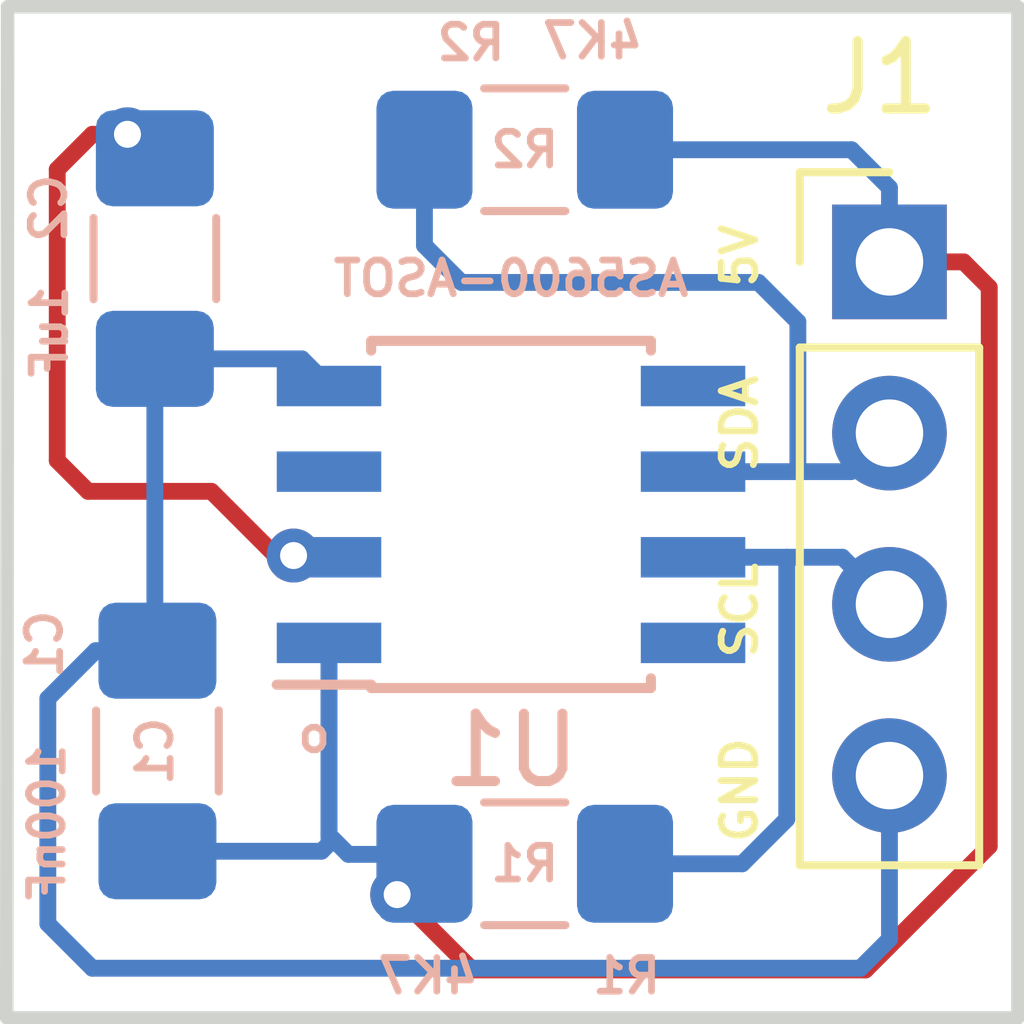
<source format=kicad_pcb>
(kicad_pcb (version 20171130) (host pcbnew 5.0.1-33cea8e~68~ubuntu18.04.1)

  (general
    (thickness 1.6)
    (drawings 9)
    (tracks 52)
    (zones 0)
    (modules 6)
    (nets 6)
  )

  (page A4)
  (layers
    (0 F.Cu signal)
    (31 B.Cu signal)
    (32 B.Adhes user)
    (33 F.Adhes user)
    (34 B.Paste user)
    (35 F.Paste user)
    (36 B.SilkS user)
    (37 F.SilkS user)
    (38 B.Mask user)
    (39 F.Mask user)
    (40 Dwgs.User user)
    (41 Cmts.User user)
    (42 Eco1.User user)
    (43 Eco2.User user)
    (44 Edge.Cuts user)
    (45 Margin user)
    (46 B.CrtYd user)
    (47 F.CrtYd user)
    (48 B.Fab user)
    (49 F.Fab user)
  )

  (setup
    (last_trace_width 0.25)
    (trace_clearance 0.2)
    (zone_clearance 0.508)
    (zone_45_only no)
    (trace_min 0.2)
    (segment_width 0.2)
    (edge_width 0.1)
    (via_size 0.8)
    (via_drill 0.4)
    (via_min_size 0.4)
    (via_min_drill 0.3)
    (uvia_size 0.3)
    (uvia_drill 0.1)
    (uvias_allowed no)
    (uvia_min_size 0.2)
    (uvia_min_drill 0.1)
    (pcb_text_width 0.3)
    (pcb_text_size 1.5 1.5)
    (mod_edge_width 0.15)
    (mod_text_size 1 1)
    (mod_text_width 0.15)
    (pad_size 1.7 1.7)
    (pad_drill 1)
    (pad_to_mask_clearance 0)
    (solder_mask_min_width 0.25)
    (aux_axis_origin 0 0)
    (visible_elements FFFFFF7F)
    (pcbplotparams
      (layerselection 0x010fc_ffffffff)
      (usegerberextensions false)
      (usegerberattributes false)
      (usegerberadvancedattributes false)
      (creategerberjobfile false)
      (excludeedgelayer true)
      (linewidth 0.100000)
      (plotframeref false)
      (viasonmask false)
      (mode 1)
      (useauxorigin false)
      (hpglpennumber 1)
      (hpglpenspeed 20)
      (hpglpendiameter 15.000000)
      (psnegative false)
      (psa4output false)
      (plotreference true)
      (plotvalue true)
      (plotinvisibletext false)
      (padsonsilk false)
      (subtractmaskfromsilk false)
      (outputformat 1)
      (mirror false)
      (drillshape 0)
      (scaleselection 1)
      (outputdirectory "Plot/"))
  )

  (net 0 "")
  (net 1 5V)
  (net 2 GND)
  (net 3 +3V3)
  (net 4 SDA)
  (net 5 SCL)

  (net_class Default "Esta es la clase de red por defecto."
    (clearance 0.2)
    (trace_width 0.25)
    (via_dia 0.8)
    (via_drill 0.4)
    (uvia_dia 0.3)
    (uvia_drill 0.1)
    (add_net +3V3)
    (add_net 5V)
    (add_net GND)
    (add_net SCL)
    (add_net SDA)
  )

  (module Capacitor_SMD:C_1206_3216Metric_Pad1.42x1.75mm_HandSolder (layer B.Cu) (tedit 5BFC7A3E) (tstamp 5BFC7587)
    (at 142.4178 88.1411 90)
    (descr "Capacitor SMD 1206 (3216 Metric), square (rectangular) end terminal, IPC_7351 nominal with elongated pad for handsoldering. (Body size source: http://www.tortai-tech.com/upload/download/2011102023233369053.pdf), generated with kicad-footprint-generator")
    (tags "capacitor handsolder")
    (path /5BFADBF0)
    (attr smd)
    (fp_text reference C1 (at -0.0031 -0.0381 90) (layer B.SilkS)
      (effects (font (size 0.5 0.5) (thickness 0.1)) (justify mirror))
    )
    (fp_text value 100nF (at -1.0699 -1.6383 90) (layer B.SilkS)
      (effects (font (size 0.5 0.5) (thickness 0.1)) (justify mirror))
    )
    (fp_text user %R (at 1.5844 -1.6764 90) (layer B.SilkS)
      (effects (font (size 0.5 0.5) (thickness 0.1)) (justify mirror))
    )
    (fp_line (start 2.45 -1.12) (end -2.45 -1.12) (layer B.CrtYd) (width 0.05))
    (fp_line (start 2.45 1.12) (end 2.45 -1.12) (layer B.CrtYd) (width 0.05))
    (fp_line (start -2.45 1.12) (end 2.45 1.12) (layer B.CrtYd) (width 0.05))
    (fp_line (start -2.45 -1.12) (end -2.45 1.12) (layer B.CrtYd) (width 0.05))
    (fp_line (start -0.602064 -0.91) (end 0.602064 -0.91) (layer B.SilkS) (width 0.12))
    (fp_line (start -0.602064 0.91) (end 0.602064 0.91) (layer B.SilkS) (width 0.12))
    (fp_line (start 1.6 -0.8) (end -1.6 -0.8) (layer B.Fab) (width 0.1))
    (fp_line (start 1.6 0.8) (end 1.6 -0.8) (layer B.Fab) (width 0.1))
    (fp_line (start -1.6 0.8) (end 1.6 0.8) (layer B.Fab) (width 0.1))
    (fp_line (start -1.6 -0.8) (end -1.6 0.8) (layer B.Fab) (width 0.1))
    (pad 2 smd roundrect (at 1.4875 0 90) (size 1.425 1.75) (layers B.Cu B.Paste B.Mask) (roundrect_rratio 0.175439)
      (net 2 GND))
    (pad 1 smd roundrect (at -1.4875 0 90) (size 1.425 1.75) (layers B.Cu B.Paste B.Mask) (roundrect_rratio 0.175439)
      (net 1 5V))
    (model ${KISYS3DMOD}/Capacitor_SMD.3dshapes/C_1206_3216Metric.wrl
      (at (xyz 0 0 0))
      (scale (xyz 1 1 1))
      (rotate (xyz 0 0 0))
    )
  )

  (module Capacitor_SMD:C_1206_3216Metric_Pad1.42x1.75mm_HandSolder (layer B.Cu) (tedit 5BFC7A28) (tstamp 5BFC7598)
    (at 142.3797 80.8371 270)
    (descr "Capacitor SMD 1206 (3216 Metric), square (rectangular) end terminal, IPC_7351 nominal with elongated pad for handsoldering. (Body size source: http://www.tortai-tech.com/upload/download/2011102023233369053.pdf), generated with kicad-footprint-generator")
    (tags "capacitor handsolder")
    (path /5BFADC60)
    (attr smd)
    (fp_text reference C2 (at -0.747 1.5748 270) (layer B.SilkS)
      (effects (font (size 0.5 0.5) (thickness 0.1)) (justify mirror))
    )
    (fp_text value 1uF (at 1.0945 1.5621 270) (layer B.SilkS)
      (effects (font (size 0.5 0.5) (thickness 0.1)) (justify mirror))
    )
    (fp_text user %R (at 0 0 270) (layer B.Fab)
      (effects (font (size 0.8 0.8) (thickness 0.12)) (justify mirror))
    )
    (fp_line (start 2.45 -1.12) (end -2.45 -1.12) (layer B.CrtYd) (width 0.05))
    (fp_line (start 2.45 1.12) (end 2.45 -1.12) (layer B.CrtYd) (width 0.05))
    (fp_line (start -2.45 1.12) (end 2.45 1.12) (layer B.CrtYd) (width 0.05))
    (fp_line (start -2.45 -1.12) (end -2.45 1.12) (layer B.CrtYd) (width 0.05))
    (fp_line (start -0.602064 -0.91) (end 0.602064 -0.91) (layer B.SilkS) (width 0.12))
    (fp_line (start -0.602064 0.91) (end 0.602064 0.91) (layer B.SilkS) (width 0.12))
    (fp_line (start 1.6 -0.8) (end -1.6 -0.8) (layer B.Fab) (width 0.1))
    (fp_line (start 1.6 0.8) (end 1.6 -0.8) (layer B.Fab) (width 0.1))
    (fp_line (start -1.6 0.8) (end 1.6 0.8) (layer B.Fab) (width 0.1))
    (fp_line (start -1.6 -0.8) (end -1.6 0.8) (layer B.Fab) (width 0.1))
    (pad 2 smd roundrect (at 1.4875 0 270) (size 1.425 1.75) (layers B.Cu B.Paste B.Mask) (roundrect_rratio 0.175439)
      (net 2 GND))
    (pad 1 smd roundrect (at -1.4875 0 270) (size 1.425 1.75) (layers B.Cu B.Paste B.Mask) (roundrect_rratio 0.175439)
      (net 3 +3V3))
    (model ${KISYS3DMOD}/Capacitor_SMD.3dshapes/C_1206_3216Metric.wrl
      (at (xyz 0 0 0))
      (scale (xyz 1 1 1))
      (rotate (xyz 0 0 0))
    )
  )

  (module Connector_PinHeader_2.54mm:PinHeader_1x04_P2.54mm_Vertical (layer F.Cu) (tedit 5BFC758B) (tstamp 5BFC75B0)
    (at 153.2763 80.8863)
    (descr "Through hole straight pin header, 1x04, 2.54mm pitch, single row")
    (tags "Through hole pin header THT 1x04 2.54mm single row")
    (path /5BFB7E9C)
    (fp_text reference J1 (at -0.1397 -2.7305) (layer F.SilkS)
      (effects (font (size 1 1) (thickness 0.15)))
    )
    (fp_text value Conn_01x04_Male (at 1.0414 3.9243 90) (layer F.Fab)
      (effects (font (size 1 1) (thickness 0.15)))
    )
    (fp_line (start -0.635 -1.27) (end 1.27 -1.27) (layer F.Fab) (width 0.1))
    (fp_line (start 1.27 -1.27) (end 1.27 8.89) (layer F.Fab) (width 0.1))
    (fp_line (start 1.27 8.89) (end -1.27 8.89) (layer F.Fab) (width 0.1))
    (fp_line (start -1.27 8.89) (end -1.27 -0.635) (layer F.Fab) (width 0.1))
    (fp_line (start -1.27 -0.635) (end -0.635 -1.27) (layer F.Fab) (width 0.1))
    (fp_line (start -1.33 8.95) (end 1.33 8.95) (layer F.SilkS) (width 0.12))
    (fp_line (start -1.33 1.27) (end -1.33 8.95) (layer F.SilkS) (width 0.12))
    (fp_line (start 1.33 1.27) (end 1.33 8.95) (layer F.SilkS) (width 0.12))
    (fp_line (start -1.33 1.27) (end 1.33 1.27) (layer F.SilkS) (width 0.12))
    (fp_line (start -1.33 0) (end -1.33 -1.33) (layer F.SilkS) (width 0.12))
    (fp_line (start -1.33 -1.33) (end 0 -1.33) (layer F.SilkS) (width 0.12))
    (fp_line (start -1.8 -1.8) (end -1.8 9.4) (layer F.CrtYd) (width 0.05))
    (fp_line (start -1.8 9.4) (end 1.8 9.4) (layer F.CrtYd) (width 0.05))
    (fp_line (start 1.8 9.4) (end 1.8 -1.8) (layer F.CrtYd) (width 0.05))
    (fp_line (start 1.8 -1.8) (end -1.8 -1.8) (layer F.CrtYd) (width 0.05))
    (fp_text user %R (at -1.9685 3.81 90) (layer F.Fab)
      (effects (font (size 1 1) (thickness 0.15)))
    )
    (pad 1 thru_hole rect (at 0 0) (size 1.7 1.7) (drill 1) (layers *.Cu *.Mask)
      (net 1 5V))
    (pad 2 thru_hole oval (at 0 2.54) (size 1.7 1.7) (drill 1) (layers *.Cu *.Mask)
      (net 4 SDA))
    (pad 3 thru_hole oval (at 0 5.08) (size 1.7 1.7) (drill 1) (layers *.Cu *.Mask)
      (net 5 SCL))
    (pad 4 thru_hole oval (at 0 7.62) (size 1.7 1.7) (drill 1) (layers *.Cu *.Mask)
      (net 2 GND))
    (model ${KISYS3DMOD}/Connector_PinHeader_2.54mm.3dshapes/PinHeader_1x04_P2.54mm_Vertical.wrl
      (at (xyz 0 0 0))
      (scale (xyz 1 1 1))
      (rotate (xyz 0 0 0))
    )
  )

  (module Resistor_SMD:R_1206_3216Metric_Pad1.42x1.75mm_HandSolder (layer B.Cu) (tedit 5BFC7A52) (tstamp 5BFC75C1)
    (at 147.8661 89.8144)
    (descr "Resistor SMD 1206 (3216 Metric), square (rectangular) end terminal, IPC_7351 nominal with elongated pad for handsoldering. (Body size source: http://www.tortai-tech.com/upload/download/2011102023233369053.pdf), generated with kicad-footprint-generator")
    (tags "resistor handsolder")
    (path /5BFB0196)
    (attr smd)
    (fp_text reference R1 (at 1.5113 1.6637) (layer B.SilkS)
      (effects (font (size 0.5 0.5) (thickness 0.1)) (justify mirror))
    )
    (fp_text value 4K7 (at -1.4351 1.6637) (layer B.SilkS)
      (effects (font (size 0.5 0.5) (thickness 0.1)) (justify mirror))
    )
    (fp_text user %R (at 0 0) (layer B.SilkS)
      (effects (font (size 0.5 0.5) (thickness 0.1)) (justify mirror))
    )
    (fp_line (start 2.45 -1.12) (end -2.45 -1.12) (layer B.CrtYd) (width 0.05))
    (fp_line (start 2.45 1.12) (end 2.45 -1.12) (layer B.CrtYd) (width 0.05))
    (fp_line (start -2.45 1.12) (end 2.45 1.12) (layer B.CrtYd) (width 0.05))
    (fp_line (start -2.45 -1.12) (end -2.45 1.12) (layer B.CrtYd) (width 0.05))
    (fp_line (start -0.602064 -0.91) (end 0.602064 -0.91) (layer B.SilkS) (width 0.12))
    (fp_line (start -0.602064 0.91) (end 0.602064 0.91) (layer B.SilkS) (width 0.12))
    (fp_line (start 1.6 -0.8) (end -1.6 -0.8) (layer B.Fab) (width 0.1))
    (fp_line (start 1.6 0.8) (end 1.6 -0.8) (layer B.Fab) (width 0.1))
    (fp_line (start -1.6 0.8) (end 1.6 0.8) (layer B.Fab) (width 0.1))
    (fp_line (start -1.6 -0.8) (end -1.6 0.8) (layer B.Fab) (width 0.1))
    (pad 2 smd roundrect (at 1.4875 0) (size 1.425 1.75) (layers B.Cu B.Paste B.Mask) (roundrect_rratio 0.175439)
      (net 5 SCL))
    (pad 1 smd roundrect (at -1.4875 0) (size 1.425 1.75) (layers B.Cu B.Paste B.Mask) (roundrect_rratio 0.175439)
      (net 1 5V))
    (model ${KISYS3DMOD}/Resistor_SMD.3dshapes/R_1206_3216Metric.wrl
      (at (xyz 0 0 0))
      (scale (xyz 1 1 1))
      (rotate (xyz 0 0 0))
    )
  )

  (module Resistor_SMD:R_1206_3216Metric_Pad1.42x1.75mm_HandSolder (layer B.Cu) (tedit 5BFC7A08) (tstamp 5BFC75D2)
    (at 147.8661 79.2226 180)
    (descr "Resistor SMD 1206 (3216 Metric), square (rectangular) end terminal, IPC_7351 nominal with elongated pad for handsoldering. (Body size source: http://www.tortai-tech.com/upload/download/2011102023233369053.pdf), generated with kicad-footprint-generator")
    (tags "resistor handsolder")
    (path /5BFB01F0)
    (attr smd)
    (fp_text reference R2 (at 0.7978 1.5875 180) (layer B.SilkS)
      (effects (font (size 0.5 0.5) (thickness 0.1)) (justify mirror))
    )
    (fp_text value 4K7 (at -1.0056 1.6129 180) (layer B.SilkS)
      (effects (font (size 0.5 0.5) (thickness 0.1)) (justify mirror))
    )
    (fp_text user %R (at 0 0 180) (layer B.SilkS)
      (effects (font (size 0.5 0.5) (thickness 0.1)) (justify mirror))
    )
    (fp_line (start 2.45 -1.12) (end -2.45 -1.12) (layer B.CrtYd) (width 0.05))
    (fp_line (start 2.45 1.12) (end 2.45 -1.12) (layer B.CrtYd) (width 0.05))
    (fp_line (start -2.45 1.12) (end 2.45 1.12) (layer B.CrtYd) (width 0.05))
    (fp_line (start -2.45 -1.12) (end -2.45 1.12) (layer B.CrtYd) (width 0.05))
    (fp_line (start -0.602064 -0.91) (end 0.602064 -0.91) (layer B.SilkS) (width 0.12))
    (fp_line (start -0.602064 0.91) (end 0.602064 0.91) (layer B.SilkS) (width 0.12))
    (fp_line (start 1.6 -0.8) (end -1.6 -0.8) (layer B.Fab) (width 0.1))
    (fp_line (start 1.6 0.8) (end 1.6 -0.8) (layer B.Fab) (width 0.1))
    (fp_line (start -1.6 0.8) (end 1.6 0.8) (layer B.Fab) (width 0.1))
    (fp_line (start -1.6 -0.8) (end -1.6 0.8) (layer B.Fab) (width 0.1))
    (pad 2 smd roundrect (at 1.4875 0 180) (size 1.425 1.75) (layers B.Cu B.Paste B.Mask) (roundrect_rratio 0.175439)
      (net 4 SDA))
    (pad 1 smd roundrect (at -1.4875 0 180) (size 1.425 1.75) (layers B.Cu B.Paste B.Mask) (roundrect_rratio 0.175439)
      (net 1 5V))
    (model ${KISYS3DMOD}/Resistor_SMD.3dshapes/R_1206_3216Metric.wrl
      (at (xyz 0 0 0))
      (scale (xyz 1 1 1))
      (rotate (xyz 0 0 0))
    )
  )

  (module Package_SO:SOIC-8_3.9x4.9mm_P1.27mm (layer B.Cu) (tedit 5BFC7715) (tstamp 5BFC75EF)
    (at 147.6629 84.6328)
    (descr "8-Lead Plastic Small Outline (SN) - Narrow, 3.90 mm Body [SOIC] (see Microchip Packaging Specification 00000049BS.pdf)")
    (tags "SOIC 1.27")
    (path /5BFC77B5)
    (attr smd)
    (fp_text reference U1 (at 0 3.5) (layer B.SilkS)
      (effects (font (size 1 1) (thickness 0.15)) (justify mirror))
    )
    (fp_text value AS5600-ASOT (at 0 -3.5) (layer B.SilkS)
      (effects (font (size 0.5 0.5) (thickness 0.1)) (justify mirror))
    )
    (fp_text user %R (at 0 0) (layer B.Fab)
      (effects (font (size 1 1) (thickness 0.15)) (justify mirror))
    )
    (fp_line (start -0.95 2.45) (end 1.95 2.45) (layer B.Fab) (width 0.1))
    (fp_line (start 1.95 2.45) (end 1.95 -2.45) (layer B.Fab) (width 0.1))
    (fp_line (start 1.95 -2.45) (end -1.95 -2.45) (layer B.Fab) (width 0.1))
    (fp_line (start -1.95 -2.45) (end -1.95 1.45) (layer B.Fab) (width 0.1))
    (fp_line (start -1.95 1.45) (end -0.95 2.45) (layer B.Fab) (width 0.1))
    (fp_line (start -3.73 2.7) (end -3.73 -2.7) (layer B.CrtYd) (width 0.05))
    (fp_line (start 3.73 2.7) (end 3.73 -2.7) (layer B.CrtYd) (width 0.05))
    (fp_line (start -3.73 2.7) (end 3.73 2.7) (layer B.CrtYd) (width 0.05))
    (fp_line (start -3.73 -2.7) (end 3.73 -2.7) (layer B.CrtYd) (width 0.05))
    (fp_line (start -2.075 2.575) (end -2.075 2.525) (layer B.SilkS) (width 0.15))
    (fp_line (start 2.075 2.575) (end 2.075 2.43) (layer B.SilkS) (width 0.15))
    (fp_line (start 2.075 -2.575) (end 2.075 -2.43) (layer B.SilkS) (width 0.15))
    (fp_line (start -2.075 -2.575) (end -2.075 -2.43) (layer B.SilkS) (width 0.15))
    (fp_line (start -2.075 2.575) (end 2.075 2.575) (layer B.SilkS) (width 0.15))
    (fp_line (start -2.075 -2.575) (end 2.075 -2.575) (layer B.SilkS) (width 0.15))
    (fp_line (start -2.075 2.525) (end -3.475 2.525) (layer B.SilkS) (width 0.15))
    (pad 1 smd rect (at -2.7 1.905) (size 1.55 0.6) (layers B.Cu B.Paste B.Mask)
      (net 1 5V))
    (pad 2 smd rect (at -2.7 0.635) (size 1.55 0.6) (layers B.Cu B.Paste B.Mask)
      (net 3 +3V3))
    (pad 3 smd rect (at -2.7 -0.635) (size 1.55 0.6) (layers B.Cu B.Paste B.Mask))
    (pad 4 smd rect (at -2.7 -1.905) (size 1.55 0.6) (layers B.Cu B.Paste B.Mask)
      (net 2 GND))
    (pad 5 smd rect (at 2.7 -1.905) (size 1.55 0.6) (layers B.Cu B.Paste B.Mask))
    (pad 6 smd rect (at 2.7 -0.635) (size 1.55 0.6) (layers B.Cu B.Paste B.Mask)
      (net 4 SDA))
    (pad 7 smd rect (at 2.7 0.635) (size 1.55 0.6) (layers B.Cu B.Paste B.Mask)
      (net 5 SCL))
    (pad 8 smd rect (at 2.7 1.905) (size 1.55 0.6) (layers B.Cu B.Paste B.Mask))
    (model ${KISYS3DMOD}/Package_SO.3dshapes/SOIC-8_3.9x4.9mm_P1.27mm.wrl
      (at (xyz 0 0 0))
      (scale (xyz 1 1 1))
      (rotate (xyz 0 0 0))
    )
  )

  (gr_line (start 140.1953 77.1017) (end 140.1826 92.1004) (layer Edge.Cuts) (width 0.2))
  (gr_line (start 155.1813 77.1017) (end 140.1953 77.1017) (layer Edge.Cuts) (width 0.2))
  (gr_line (start 155.1813 92.1004) (end 155.1813 77.1017) (layer Edge.Cuts) (width 0.2))
  (gr_line (start 140.1826 92.1004) (end 155.1813 92.1004) (layer Edge.Cuts) (width 0.2))
  (gr_text o (at 144.7419 87.8967) (layer B.SilkS)
    (effects (font (size 0.5 0.5) (thickness 0.1)))
  )
  (gr_text SDA (at 151.0538 83.2866 90) (layer F.SilkS) (tstamp 5BFC78B3)
    (effects (font (size 0.5 0.5) (thickness 0.1)))
  )
  (gr_text SCL (at 151.0538 86.0552 90) (layer F.SilkS) (tstamp 5BFC78B3)
    (effects (font (size 0.5 0.5) (thickness 0.1)))
  )
  (gr_text GND (at 151.0538 88.7222 90) (layer F.SilkS) (tstamp 5BFC78B3)
    (effects (font (size 0.5 0.5) (thickness 0.1)))
  )
  (gr_text 5V (at 151.0538 80.7974 90) (layer F.SilkS)
    (effects (font (size 0.5 0.5) (thickness 0.1)))
  )

  (via (at 145.9738 90.2716) (size 0.8) (drill 0.4) (layers F.Cu B.Cu) (net 1))
  (segment (start 153.2763 79.7863) (end 153.2763 80.8863) (width 0.25) (layer B.Cu) (net 1))
  (segment (start 152.7126 79.2226) (end 153.2763 79.7863) (width 0.25) (layer B.Cu) (net 1))
  (segment (start 149.3536 79.2226) (end 152.7126 79.2226) (width 0.25) (layer B.Cu) (net 1))
  (segment (start 154.3763 80.8863) (end 153.2763 80.8863) (width 0.25) (layer F.Cu) (net 1))
  (segment (start 154.75629 81.26629) (end 154.3763 80.8863) (width 0.25) (layer F.Cu) (net 1))
  (segment (start 152.9207 91.3892) (end 154.75629 89.55361) (width 0.25) (layer F.Cu) (net 1))
  (segment (start 145.9738 90.2716) (end 147.0914 91.3892) (width 0.25) (layer F.Cu) (net 1))
  (segment (start 154.75629 89.55361) (end 154.75629 81.26629) (width 0.25) (layer F.Cu) (net 1))
  (segment (start 147.0914 91.3892) (end 152.9207 91.3892) (width 0.25) (layer F.Cu) (net 1))
  (segment (start 144.9629 89.5172) (end 144.9629 87.0878) (width 0.25) (layer B.Cu) (net 1))
  (segment (start 144.9629 87.0878) (end 144.9629 86.5378) (width 0.25) (layer B.Cu) (net 1))
  (segment (start 142.4178 89.6286) (end 144.8515 89.6286) (width 0.25) (layer B.Cu) (net 1))
  (segment (start 144.8515 89.6286) (end 144.9629 89.5172) (width 0.25) (layer B.Cu) (net 1))
  (segment (start 145.2499 89.6747) (end 146.2389 89.6747) (width 0.25) (layer B.Cu) (net 1))
  (segment (start 146.2389 89.6747) (end 146.3786 89.8144) (width 0.25) (layer B.Cu) (net 1))
  (segment (start 144.9629 86.5378) (end 144.9629 89.3877) (width 0.25) (layer B.Cu) (net 1))
  (segment (start 144.9629 89.3877) (end 145.2499 89.6747) (width 0.25) (layer B.Cu) (net 1))
  (segment (start 144.5597 82.3246) (end 144.9629 82.7278) (width 0.25) (layer B.Cu) (net 2))
  (segment (start 142.3797 82.3246) (end 144.5597 82.3246) (width 0.25) (layer B.Cu) (net 2))
  (segment (start 142.3797 86.6155) (end 142.4178 86.6536) (width 0.25) (layer B.Cu) (net 2))
  (segment (start 142.3797 82.3246) (end 142.3797 86.6155) (width 0.25) (layer B.Cu) (net 2))
  (segment (start 141.5019 86.6536) (end 142.4178 86.6536) (width 0.25) (layer B.Cu) (net 2))
  (segment (start 153.2763 90.932) (end 152.8445 91.3638) (width 0.25) (layer B.Cu) (net 2))
  (segment (start 153.2763 88.5063) (end 153.2763 90.932) (width 0.25) (layer B.Cu) (net 2))
  (segment (start 152.8445 91.3638) (end 141.4526 91.3638) (width 0.25) (layer B.Cu) (net 2))
  (segment (start 141.4526 91.3638) (end 140.7922 90.7034) (width 0.25) (layer B.Cu) (net 2))
  (segment (start 140.7922 87.3633) (end 141.5019 86.6536) (width 0.25) (layer B.Cu) (net 2))
  (segment (start 140.7922 90.7034) (end 140.7922 87.3633) (width 0.25) (layer B.Cu) (net 2))
  (via (at 144.4371 85.2424) (size 0.8) (drill 0.4) (layers F.Cu B.Cu) (net 3))
  (via (at 141.9733 78.994) (size 0.8) (drill 0.4) (layers F.Cu B.Cu) (net 3))
  (segment (start 144.4371 85.2424) (end 144.1704 85.2424) (width 0.25) (layer F.Cu) (net 3))
  (segment (start 141.4526 78.994) (end 141.9733 78.994) (width 0.25) (layer F.Cu) (net 3))
  (segment (start 140.9319 83.8327) (end 140.9319 79.5147) (width 0.25) (layer F.Cu) (net 3))
  (segment (start 143.2179 84.2899) (end 141.3891 84.2899) (width 0.25) (layer F.Cu) (net 3))
  (segment (start 144.1704 85.2424) (end 143.2179 84.2899) (width 0.25) (layer F.Cu) (net 3))
  (segment (start 141.3891 84.2899) (end 140.9319 83.8327) (width 0.25) (layer F.Cu) (net 3))
  (segment (start 140.9319 79.5147) (end 141.4526 78.994) (width 0.25) (layer F.Cu) (net 3))
  (segment (start 152.7048 83.9978) (end 153.2763 83.4263) (width 0.25) (layer B.Cu) (net 4))
  (segment (start 150.3629 83.9978) (end 151.9174 83.9978) (width 0.25) (layer B.Cu) (net 4))
  (segment (start 151.9174 83.9978) (end 152.7048 83.9978) (width 0.25) (layer B.Cu) (net 4))
  (segment (start 151.9174 81.7753) (end 151.9174 83.9978) (width 0.25) (layer B.Cu) (net 4))
  (segment (start 151.3332 81.1911) (end 151.9174 81.7753) (width 0.25) (layer B.Cu) (net 4))
  (segment (start 146.9263 81.1911) (end 151.3332 81.1911) (width 0.25) (layer B.Cu) (net 4))
  (segment (start 146.3786 79.2226) (end 146.3786 80.6434) (width 0.25) (layer B.Cu) (net 4))
  (segment (start 146.3786 80.6434) (end 146.9263 81.1911) (width 0.25) (layer B.Cu) (net 4))
  (segment (start 152.5778 85.2678) (end 153.2763 85.9663) (width 0.25) (layer B.Cu) (net 5))
  (segment (start 150.3629 85.2678) (end 151.7523 85.2678) (width 0.25) (layer B.Cu) (net 5))
  (segment (start 151.7523 85.2678) (end 152.5778 85.2678) (width 0.25) (layer B.Cu) (net 5))
  (segment (start 151.7523 89.154) (end 151.7523 85.2678) (width 0.25) (layer B.Cu) (net 5))
  (segment (start 149.3536 89.8144) (end 151.0919 89.8144) (width 0.25) (layer B.Cu) (net 5))
  (segment (start 151.0919 89.8144) (end 151.7523 89.154) (width 0.25) (layer B.Cu) (net 5))

)

</source>
